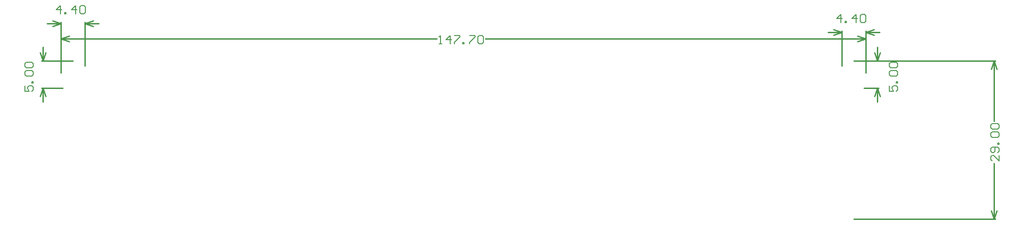
<source format=gm1>
G04*
G04 #@! TF.GenerationSoftware,Altium Limited,Altium Designer,18.1.9 (240)*
G04*
G04 Layer_Color=16711935*
%FSAX25Y25*%
%MOIN*%
G70*
G01*
G75*
%ADD11C,0.01000*%
%ADD54C,0.00600*%
D11*
X0099291Y0466653D02*
X0101291Y0460653D01*
X0097291D02*
X0099291Y0466653D01*
X0097291Y0492347D02*
X0099291Y0486347D01*
X0101291Y0492347D01*
X0099291Y0456653D02*
Y0466653D01*
Y0486347D02*
Y0496347D01*
X0098291Y0486347D02*
X0120701D01*
X0098291Y0466653D02*
X0113403D01*
X0106252Y0511307D02*
X0112252Y0513307D01*
X0106252Y0515307D02*
X0112252Y0513307D01*
X0129567D02*
X0135567Y0515307D01*
X0129567Y0513307D02*
X0135567Y0511307D01*
X0102252Y0513307D02*
X0112252D01*
X0129567D02*
X0139567D01*
X0129567Y0482817D02*
Y0514307D01*
X0112252Y0477898D02*
Y0514307D01*
X0700283Y0492347D02*
X0702283Y0486347D01*
X0704284Y0492347D01*
X0702283Y0466653D02*
X0704284Y0460653D01*
X0700283D02*
X0702283Y0466653D01*
Y0486347D02*
Y0496347D01*
Y0456653D02*
Y0466653D01*
X0692581D02*
X0703284D01*
X0685299Y0486347D02*
X0703284D01*
X0693748Y0507008D02*
X0699748Y0509008D01*
X0693748Y0507008D02*
X0699748Y0505008D01*
X0670417D02*
X0676417Y0507008D01*
X0670417Y0509008D02*
X0676417Y0507008D01*
X0693748D02*
X0703748D01*
X0666417D02*
X0676417D01*
Y0482817D02*
Y0508008D01*
X0693748Y0477898D02*
Y0508008D01*
X0784614Y0378174D02*
X0786614Y0372174D01*
X0788614Y0378174D01*
X0786614Y0486347D02*
X0788614Y0480347D01*
X0784614D02*
X0786614Y0486347D01*
Y0372174D02*
Y0412565D01*
Y0442756D02*
Y0486347D01*
X0685299Y0372174D02*
X0787614D01*
X0685299Y0486347D02*
X0787614D01*
X0112252Y0502362D02*
X0118252Y0504362D01*
X0112252Y0502362D02*
X0118252Y0500362D01*
X0687748D02*
X0693748Y0502362D01*
X0687748Y0504362D02*
X0693748Y0502362D01*
X0112252D02*
X0383805D01*
X0418995D02*
X0693748D01*
X0112252Y0477898D02*
Y0503362D01*
X0693748Y0477898D02*
Y0503362D01*
D54*
X0086095Y0468402D02*
Y0464404D01*
X0089094D01*
X0088095Y0466403D01*
Y0467403D01*
X0089094Y0468402D01*
X0091094D01*
X0092093Y0467403D01*
Y0465403D01*
X0091094Y0464404D01*
X0092093Y0470402D02*
X0091094D01*
Y0471401D01*
X0092093D01*
Y0470402D01*
X0087095Y0475400D02*
X0086095Y0476400D01*
Y0478399D01*
X0087095Y0479399D01*
X0091094D01*
X0092093Y0478399D01*
Y0476400D01*
X0091094Y0475400D01*
X0087095D01*
Y0481398D02*
X0086095Y0482398D01*
Y0484397D01*
X0087095Y0485397D01*
X0091094D01*
X0092093Y0484397D01*
Y0482398D01*
X0091094Y0481398D01*
X0087095D01*
X0111812Y0520505D02*
Y0526503D01*
X0108813Y0523504D01*
X0112812D01*
X0114811Y0520505D02*
Y0521505D01*
X0115811D01*
Y0520505D01*
X0114811D01*
X0122808D02*
Y0526503D01*
X0119809Y0523504D01*
X0123808D01*
X0125807Y0525503D02*
X0126807Y0526503D01*
X0128806D01*
X0129806Y0525503D01*
Y0521505D01*
X0128806Y0520505D01*
X0126807D01*
X0125807Y0521505D01*
Y0525503D01*
X0710681Y0468402D02*
Y0464404D01*
X0713681D01*
X0712681Y0466403D01*
Y0467403D01*
X0713681Y0468402D01*
X0715680D01*
X0716680Y0467403D01*
Y0465403D01*
X0715680Y0464404D01*
X0716680Y0470402D02*
X0715680D01*
Y0471401D01*
X0716680D01*
Y0470402D01*
X0711681Y0475400D02*
X0710681Y0476400D01*
Y0478399D01*
X0711681Y0479399D01*
X0715680D01*
X0716680Y0478399D01*
Y0476400D01*
X0715680Y0475400D01*
X0711681D01*
Y0481398D02*
X0710681Y0482398D01*
Y0484397D01*
X0711681Y0485397D01*
X0715680D01*
X0716680Y0484397D01*
Y0482398D01*
X0715680Y0481398D01*
X0711681D01*
X0675985Y0514206D02*
Y0520204D01*
X0672986Y0517205D01*
X0676985D01*
X0678984Y0514206D02*
Y0515206D01*
X0679984D01*
Y0514206D01*
X0678984D01*
X0686981D02*
Y0520204D01*
X0683982Y0517205D01*
X0687981D01*
X0689981Y0519204D02*
X0690980Y0520204D01*
X0692979D01*
X0693979Y0519204D01*
Y0515206D01*
X0692979Y0514206D01*
X0690980D01*
X0689981Y0515206D01*
Y0519204D01*
X0790213Y0418163D02*
Y0414165D01*
X0786214Y0418163D01*
X0785215D01*
X0784215Y0417164D01*
Y0415164D01*
X0785215Y0414165D01*
X0789214Y0420163D02*
X0790213Y0421162D01*
Y0423162D01*
X0789214Y0424161D01*
X0785215D01*
X0784215Y0423162D01*
Y0421162D01*
X0785215Y0420163D01*
X0786214D01*
X0787214Y0421162D01*
Y0424161D01*
X0790213Y0426161D02*
X0789214D01*
Y0427161D01*
X0790213D01*
Y0426161D01*
X0785215Y0431159D02*
X0784215Y0432159D01*
Y0434158D01*
X0785215Y0435158D01*
X0789214D01*
X0790213Y0434158D01*
Y0432159D01*
X0789214Y0431159D01*
X0785215D01*
Y0437157D02*
X0784215Y0438157D01*
Y0440156D01*
X0785215Y0441156D01*
X0789214D01*
X0790213Y0440156D01*
Y0438157D01*
X0789214Y0437157D01*
X0785215D01*
X0385405Y0498763D02*
X0387404D01*
X0386405D01*
Y0504761D01*
X0385405Y0503761D01*
X0393403Y0498763D02*
Y0504761D01*
X0390403Y0501762D01*
X0394402D01*
X0396402Y0504761D02*
X0400400D01*
Y0503761D01*
X0396402Y0499763D01*
Y0498763D01*
X0402399D02*
Y0499763D01*
X0403399D01*
Y0498763D01*
X0402399D01*
X0407398Y0504761D02*
X0411397D01*
Y0503761D01*
X0407398Y0499763D01*
Y0498763D01*
X0413396Y0503761D02*
X0414396Y0504761D01*
X0416395D01*
X0417395Y0503761D01*
Y0499763D01*
X0416395Y0498763D01*
X0414396D01*
X0413396Y0499763D01*
Y0503761D01*
M02*

</source>
